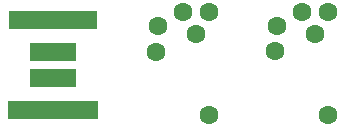
<source format=gbr>
G04 #@! TF.GenerationSoftware,KiCad,Pcbnew,(5.1.2-1)-1*
G04 #@! TF.CreationDate,2019-07-19T11:44:39-07:00*
G04 #@! TF.ProjectId,class v3 - all,636c6173-7320-4763-9320-2d20616c6c2e,rev?*
G04 #@! TF.SameCoordinates,Original*
G04 #@! TF.FileFunction,Soldermask,Bot*
G04 #@! TF.FilePolarity,Negative*
%FSLAX46Y46*%
G04 Gerber Fmt 4.6, Leading zero omitted, Abs format (unit mm)*
G04 Created by KiCad (PCBNEW (5.1.2-1)-1) date 2019-07-19 11:44:39*
%MOMM*%
%LPD*%
G04 APERTURE LIST*
%ADD10C,1.600000*%
%ADD11R,7.600000X1.600000*%
%ADD12R,4.000000X1.600000*%
%ADD13R,7.500000X1.600000*%
G04 APERTURE END LIST*
D10*
X120600000Y-89040000D03*
X125090000Y-85700000D03*
X120760000Y-86900000D03*
X122910000Y-85700000D03*
X125090000Y-94450000D03*
X123960000Y-87590000D03*
X114990000Y-85720000D03*
X113860000Y-87610000D03*
X110500000Y-89060000D03*
X114990000Y-94470000D03*
X112810000Y-85720000D03*
X110660000Y-86920000D03*
D11*
X101805000Y-94010000D03*
D12*
X101805000Y-91279500D03*
X101805000Y-89120500D03*
D13*
X101805000Y-86390000D03*
M02*

</source>
